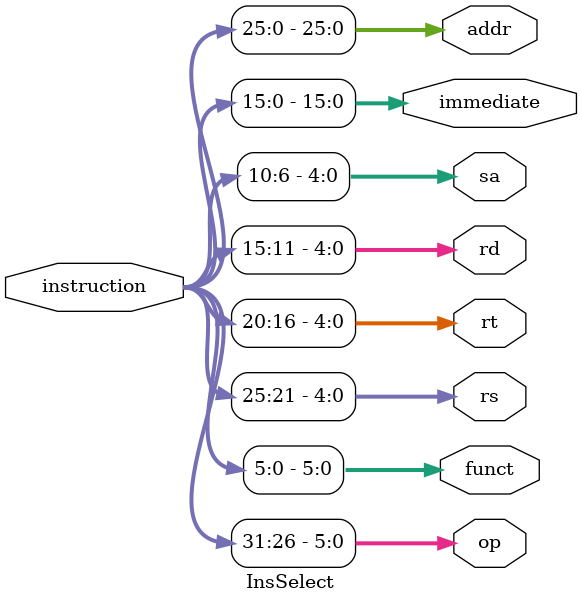
<source format=v>
`timescale 1ns / 1ps


module InsSelect(
        input [31:0] instruction,
        output reg[5:0] op,
        output reg[5:0] funct,
        output reg[4:0] rs,
        output reg[4:0] rt,
        output reg[4:0] rd,
        output reg[4:0] sa,
        output reg[15:0] immediate,
        output reg[25:0] addr
    );
    
    initial begin
        op = 5'b00000;
        rs = 5'b00000;
        rt = 5'b00000;
        rd = 5'b00000;
        funct=5'b00000;
    end
    
    always@(instruction) begin
        // R type instruction
        op = instruction[31:26];
        funct=instruction[5:0];
        rs = instruction[25:21];
        rt = instruction[20:16];
        rd = instruction[15:11];
        sa = instruction[10:6];
        // I type instruction
        immediate = instruction[15:0];
        // J type instruction
        addr = instruction[25:0];
    end
endmodule

</source>
